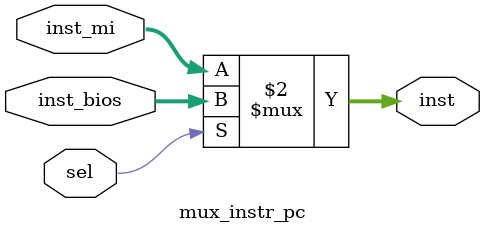
<source format=v>
module mux_instr_pc (inst_bios, inst_mi, inst, sel);

input sel;
input [31:0] inst_bios, inst_mi;
output [31:0] inst;

	assign inst = (sel == 0) ? inst_mi : inst_bios;

endmodule
</source>
